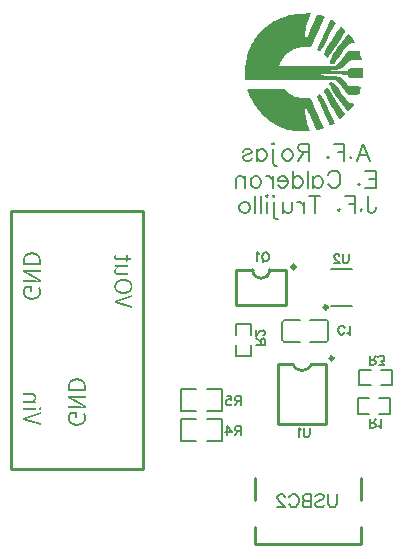
<source format=gbo>
G04 Layer: BottomSilkscreenLayer*
G04 EasyEDA v6.5.34, 2023-09-27 10:23:30*
G04 87bef9fe7c554d65b7a66a9a83d39501,21748b100a60428d983dd69a996fde11,10*
G04 Gerber Generator version 0.2*
G04 Scale: 100 percent, Rotated: No, Reflected: No *
G04 Dimensions in millimeters *
G04 leading zeros omitted , absolute positions ,4 integer and 5 decimal *
%FSLAX45Y45*%
%MOMM*%

%ADD10C,0.2032*%
%ADD11C,0.1524*%
%ADD12C,0.2540*%
%ADD13C,0.3000*%

%LPD*%
G36*
X4655007Y3213557D02*
G01*
X4573473Y3208629D01*
X4552899Y3207156D01*
X4527499Y3204311D01*
X4502099Y3200146D01*
X4477410Y3195116D01*
X4453432Y3188919D01*
X4428744Y3181197D01*
X4409541Y3174238D01*
X4390339Y3166465D01*
X4371644Y3157982D01*
X4349191Y3146450D01*
X4329226Y3134766D01*
X4311446Y3123184D01*
X4293616Y3110382D01*
X4275074Y3095650D01*
X4256582Y3079343D01*
X4232757Y3055366D01*
X4213301Y3032810D01*
X4200296Y3015894D01*
X4187901Y2998266D01*
X4176268Y2979928D01*
X4163872Y2958084D01*
X4153560Y2937662D01*
X4143857Y2915818D01*
X4136237Y2896565D01*
X4128719Y2874467D01*
X4121200Y2848914D01*
X4115054Y2823514D01*
X4110177Y2798165D01*
X4107332Y2780538D01*
X4104640Y2757982D01*
X4102557Y2733344D01*
X4098493Y2652420D01*
X4098493Y2644902D01*
X4875936Y2644851D01*
X4895545Y2618486D01*
X4970576Y2518765D01*
X5051501Y2519222D01*
X5057851Y2521508D01*
X5061915Y2523642D01*
X5066487Y2528976D01*
X5071160Y2539441D01*
X5079187Y2564231D01*
X5081320Y2575102D01*
X5081320Y2581554D01*
X5079492Y2586075D01*
X5074564Y2590495D01*
X5061762Y2593644D01*
X5001412Y2594813D01*
X4992522Y2596337D01*
X4985054Y2598521D01*
X4977231Y2602585D01*
X4967122Y2610866D01*
X4953406Y2625547D01*
X4912004Y2672791D01*
X4845050Y2678125D01*
X4787595Y2683002D01*
X4756708Y2686507D01*
X4739843Y2689910D01*
X4736693Y2691638D01*
X4740808Y2692806D01*
X4757928Y2694228D01*
X4838852Y2695143D01*
X4915712Y2693466D01*
X4943144Y2692095D01*
X4959502Y2689961D01*
X4967935Y2687777D01*
X4973269Y2684678D01*
X4976317Y2680055D01*
X4978603Y2672740D01*
X4982921Y2668066D01*
X4987798Y2665476D01*
X4998262Y2663240D01*
X5020614Y2661818D01*
X5098491Y2661818D01*
X5098491Y2746502D01*
X5000752Y2745841D01*
X4986324Y2743606D01*
X4978908Y2741320D01*
X4975148Y2737459D01*
X4974183Y2730500D01*
X4971643Y2726232D01*
X4966411Y2723235D01*
X4956251Y2720340D01*
X4937658Y2718714D01*
X4883454Y2719527D01*
X4776470Y2724708D01*
X4774692Y2725674D01*
X4880711Y2734462D01*
X4896510Y2737256D01*
X4904028Y2739491D01*
X4913833Y2744114D01*
X4923231Y2750362D01*
X4936286Y2762351D01*
X4969865Y2795828D01*
X4981549Y2804922D01*
X4991150Y2809798D01*
X5002123Y2812643D01*
X5021326Y2814015D01*
X5055158Y2814015D01*
X5080863Y2816148D01*
X5090261Y2818434D01*
X5090261Y2820060D01*
X5086096Y2837637D01*
X5077307Y2867914D01*
X5071364Y2889758D01*
X4970576Y2889351D01*
X4923332Y2826562D01*
X4874209Y2763266D01*
X4389272Y2763266D01*
X4409998Y2805836D01*
X4416958Y2818587D01*
X4425188Y2831998D01*
X4432757Y2842564D01*
X4443984Y2856636D01*
X4462322Y2874975D01*
X4474667Y2884728D01*
X4489754Y2894939D01*
X4508957Y2904794D01*
X4524806Y2911144D01*
X4541367Y2916224D01*
X4561078Y2920390D01*
X4577588Y2922473D01*
X4599482Y2923946D01*
X4657344Y2923946D01*
X4719675Y3051098D01*
X4757064Y3130753D01*
X4773168Y3166668D01*
X4776978Y3176524D01*
X4775047Y3180029D01*
X4762754Y3186684D01*
X4743551Y3193084D01*
X4713071Y3200146D01*
X4712309Y3200146D01*
X4709769Y3194151D01*
X4676495Y3121558D01*
X4660036Y3084220D01*
X4640935Y3039160D01*
X4632096Y3015894D01*
X4627676Y3006801D01*
X4622139Y3000857D01*
X4618177Y2999841D01*
X4615992Y3001213D01*
X4613656Y3006039D01*
X4612030Y3016605D01*
X4612792Y3044799D01*
X4615637Y3067304D01*
X4618431Y3084220D01*
X4621936Y3101848D01*
X4626660Y3122269D01*
X4634331Y3147466D01*
X4640783Y3163874D01*
X4660900Y3212642D01*
X4660900Y3213557D01*
G37*
G36*
X4830927Y3162096D02*
G01*
X4740757Y2976422D01*
X4726127Y2943301D01*
X4719218Y2925876D01*
X4715713Y2914497D01*
X4715002Y2903829D01*
X4716830Y2900324D01*
X4728565Y2892145D01*
X4734204Y2891332D01*
X4740452Y2895092D01*
X4747361Y2903626D01*
X4753914Y2913735D01*
X4767021Y2936290D01*
X4775962Y2952496D01*
X4831892Y3057448D01*
X4869484Y3129330D01*
X4869738Y3130245D01*
X4837125Y3157067D01*
X4831435Y3162096D01*
G37*
G36*
X4913426Y3100781D02*
G01*
X4911293Y3099968D01*
X4901844Y3087776D01*
X4889093Y3069437D01*
X4863439Y3029966D01*
X4836718Y2986989D01*
X4813655Y2948940D01*
X4790795Y2910179D01*
X4775200Y2882036D01*
X4768596Y2867914D01*
X4768596Y2864256D01*
X4774184Y2855214D01*
X4791557Y2837586D01*
X4800295Y2831642D01*
X4804054Y2831642D01*
X4815636Y2847492D01*
X4839919Y2883712D01*
X4880152Y2946146D01*
X4911039Y2995472D01*
X4932273Y3029966D01*
X4947412Y3056077D01*
X4950155Y3061716D01*
X4948275Y3068218D01*
X4940401Y3079496D01*
X4932578Y3088233D01*
X4923942Y3095345D01*
X4918608Y3098850D01*
G37*
G36*
X4982413Y3033928D02*
G01*
X4978095Y3032963D01*
X4975301Y3031896D01*
X4964125Y3023209D01*
X4947716Y3004616D01*
X4933442Y2986278D01*
X4919014Y2966567D01*
X4899863Y2939084D01*
X4873752Y2900324D01*
X4849063Y2862275D01*
X4834636Y2838348D01*
X4826355Y2822803D01*
X4820818Y2810154D01*
X4817668Y2800959D01*
X4817618Y2788767D01*
X4820513Y2784754D01*
X4825796Y2781655D01*
X4835296Y2780030D01*
X4843119Y2780639D01*
X4851095Y2784754D01*
X4861509Y2794000D01*
X4874361Y2808732D01*
X4890414Y2829864D01*
X4903520Y2848203D01*
X4919014Y2870758D01*
X4950663Y2915107D01*
X4967020Y2936290D01*
X4979466Y2948838D01*
X4987594Y2954274D01*
X4996637Y2957118D01*
X5019954Y2958439D01*
X5030165Y2960573D01*
X5032705Y2963164D01*
X5027726Y2972917D01*
X5012131Y2997047D01*
X4997907Y3016605D01*
X4987391Y3029458D01*
G37*
G36*
X4827219Y2629408D02*
G01*
X4821936Y2627884D01*
X4815992Y2622245D01*
X4813147Y2616301D01*
X4813198Y2612847D01*
X4817821Y2601874D01*
X4827066Y2584653D01*
X4841544Y2560015D01*
X4866843Y2519172D01*
X4894326Y2477566D01*
X4921046Y2438806D01*
X4944364Y2407107D01*
X4952542Y2397252D01*
X4961534Y2387600D01*
X4966106Y2384044D01*
X4971186Y2385009D01*
X4977688Y2388412D01*
X4991811Y2399284D01*
X5006949Y2414828D01*
X5017312Y2428240D01*
X5022443Y2436825D01*
X5024374Y2443530D01*
X5023053Y2446121D01*
X5015128Y2449118D01*
X4991150Y2451811D01*
X4979670Y2457602D01*
X4966309Y2471216D01*
X4958740Y2481072D01*
X4918252Y2539034D01*
X4886350Y2583942D01*
X4874310Y2599436D01*
X4856683Y2617114D01*
X4846828Y2623820D01*
X4836820Y2628595D01*
X4833416Y2629204D01*
G37*
G36*
X4795672Y2580081D02*
G01*
X4790186Y2577439D01*
X4779822Y2568295D01*
X4772710Y2559151D01*
X4768596Y2550160D01*
X4768596Y2546146D01*
X4783429Y2516327D01*
X4805781Y2476144D01*
X4833162Y2428443D01*
X4856175Y2389479D01*
X4874006Y2359914D01*
X4889449Y2335225D01*
X4896713Y2324658D01*
X4901793Y2319274D01*
X4905146Y2317953D01*
X4909667Y2317953D01*
X4917846Y2322169D01*
X4930800Y2333345D01*
X4951679Y2354986D01*
X4906213Y2421178D01*
X4875987Y2466289D01*
X4811420Y2566263D01*
X4805324Y2574086D01*
X4801412Y2578100D01*
X4797044Y2580030D01*
G37*
G36*
X4306671Y2567838D02*
G01*
X4169460Y2567533D01*
X4134510Y2566009D01*
X4118051Y2564485D01*
X4117086Y2563520D01*
X4123486Y2548026D01*
X4144213Y2505049D01*
X4157675Y2478989D01*
X4168648Y2459228D01*
X4180941Y2439517D01*
X4192727Y2422601D01*
X4205782Y2405684D01*
X4217314Y2391613D01*
X4238244Y2368245D01*
X4270298Y2336444D01*
X4284726Y2323236D01*
X4303217Y2307640D01*
X4322419Y2292858D01*
X4341571Y2279700D01*
X4360824Y2267762D01*
X4384141Y2255316D01*
X4399940Y2248052D01*
X4421886Y2239264D01*
X4443120Y2232101D01*
X4464405Y2226462D01*
X4489094Y2221484D01*
X4511040Y2217978D01*
X4532985Y2215794D01*
X4552188Y2214270D01*
X4653229Y2213559D01*
X4634077Y2259838D01*
X4626711Y2282393D01*
X4622596Y2300020D01*
X4618482Y2320442D01*
X4614976Y2343708D01*
X4612640Y2364130D01*
X4612538Y2399334D01*
X4615281Y2406954D01*
X4617669Y2408478D01*
X4621022Y2404973D01*
X4630064Y2390190D01*
X4649673Y2350008D01*
X4674870Y2291537D01*
X4695596Y2249271D01*
X4706366Y2230932D01*
X4712360Y2222957D01*
X4714951Y2222093D01*
X4724349Y2223617D01*
X4737354Y2227021D01*
X4751070Y2231136D01*
X4773472Y2239619D01*
X4774184Y2240330D01*
X4689195Y2419756D01*
X4674768Y2451506D01*
X4665522Y2472639D01*
X4661052Y2485288D01*
X4657750Y2487828D01*
X4650282Y2489911D01*
X4635195Y2492044D01*
X4587189Y2493365D01*
X4566310Y2495550D01*
X4550257Y2498394D01*
X4539030Y2501087D01*
X4525822Y2505456D01*
X4512411Y2511145D01*
X4499152Y2518156D01*
X4480864Y2530602D01*
X4434230Y2567381D01*
G37*
G36*
X4734610Y2525115D02*
G01*
X4729835Y2524455D01*
X4719828Y2519172D01*
X4715662Y2515006D01*
X4713630Y2510993D01*
X4713630Y2501544D01*
X4716373Y2490724D01*
X4722114Y2475433D01*
X4733747Y2448661D01*
X4779416Y2353564D01*
X4803648Y2300782D01*
X4812436Y2279954D01*
X4815890Y2272944D01*
X4820361Y2267712D01*
X4825847Y2265172D01*
X4832705Y2265121D01*
X4840173Y2267204D01*
X4855108Y2274570D01*
X4859629Y2279751D01*
X4860594Y2284120D01*
X4858969Y2292248D01*
X4855057Y2302408D01*
X4841087Y2331008D01*
X4767376Y2472639D01*
X4752797Y2502662D01*
X4744212Y2516835D01*
X4738827Y2523185D01*
G37*
G36*
X2222500Y-4064D02*
G01*
X2222500Y-20828D01*
X2290064Y-20828D01*
X2297480Y-21132D01*
X2303830Y-22047D01*
X2309063Y-23622D01*
X2313279Y-25908D01*
X2316530Y-28905D01*
X2318766Y-32613D01*
X2320086Y-37134D01*
X2320544Y-42418D01*
X2320239Y-46634D01*
X2319426Y-50647D01*
X2318004Y-54508D01*
X2316022Y-58216D01*
X2313533Y-61925D01*
X2310485Y-65684D01*
X2306878Y-69596D01*
X2302764Y-73660D01*
X2222500Y-73660D01*
X2222500Y-90170D01*
X2332228Y-90170D01*
X2332228Y-76708D01*
X2316226Y-75184D01*
X2316226Y-74676D01*
X2320036Y-70612D01*
X2323541Y-66497D01*
X2326741Y-62230D01*
X2329535Y-57759D01*
X2331821Y-53086D01*
X2333548Y-48209D01*
X2334666Y-43027D01*
X2335022Y-37592D01*
X2334717Y-32105D01*
X2333802Y-27178D01*
X2332278Y-22707D01*
X2330145Y-18745D01*
X2327452Y-15240D01*
X2324150Y-12242D01*
X2320239Y-9753D01*
X2315768Y-7670D01*
X2310688Y-6096D01*
X2305050Y-4978D01*
X2298852Y-4267D01*
X2292096Y-4064D01*
G37*
G36*
X2367280Y-125222D02*
G01*
X2362504Y-126085D01*
X2358898Y-128473D01*
X2356612Y-132080D01*
X2355850Y-136652D01*
X2356612Y-141325D01*
X2358898Y-144932D01*
X2362504Y-147269D01*
X2367280Y-148082D01*
X2371902Y-147269D01*
X2375458Y-144932D01*
X2377694Y-141325D01*
X2378456Y-136652D01*
X2377694Y-132080D01*
X2375458Y-128473D01*
X2371902Y-126085D01*
G37*
G36*
X2222500Y-128524D02*
G01*
X2222500Y-144780D01*
X2332228Y-144780D01*
X2332228Y-128524D01*
G37*
G36*
X2371344Y-164338D02*
G01*
X2222500Y-211836D01*
X2222500Y-231140D01*
X2371344Y-278892D01*
X2371344Y-261366D01*
X2282647Y-234391D01*
X2258618Y-227431D01*
X2240026Y-221742D01*
X2240026Y-220979D01*
X2289048Y-205994D01*
X2371344Y-181356D01*
G37*
G36*
X2998724Y1168400D02*
G01*
X2995930Y1158595D01*
X2995015Y1153617D01*
X2994660Y1148842D01*
X2995320Y1140968D01*
X2997200Y1134465D01*
X3000298Y1129233D01*
X3004413Y1125169D01*
X3009595Y1122172D01*
X3015640Y1120140D01*
X3022549Y1118971D01*
X3030220Y1118616D01*
X3093212Y1118616D01*
X3093212Y1101852D01*
X3105912Y1101852D01*
X3106928Y1119124D01*
X3137916Y1121156D01*
X3137916Y1135126D01*
X3106928Y1135126D01*
X3106928Y1165352D01*
X3093212Y1165352D01*
X3093212Y1135126D01*
X3029712Y1135126D01*
X3020669Y1135989D01*
X3013862Y1138783D01*
X3009595Y1144117D01*
X3008122Y1152398D01*
X3008376Y1155598D01*
X3009087Y1158951D01*
X3010052Y1162202D01*
X3011170Y1165098D01*
G37*
G36*
X2997200Y1077214D02*
G01*
X2997200Y1063498D01*
X3014726Y1062228D01*
X3014726Y1061466D01*
X3010458Y1057554D01*
X3006547Y1053490D01*
X3003143Y1049324D01*
X3000197Y1045006D01*
X2997860Y1040434D01*
X2996133Y1035558D01*
X2995015Y1030427D01*
X2994660Y1024890D01*
X2994964Y1019454D01*
X2995879Y1014476D01*
X2997352Y1010056D01*
X2999435Y1006094D01*
X3002127Y1002639D01*
X3005429Y999693D01*
X3009290Y997203D01*
X3013760Y995171D01*
X3018790Y993597D01*
X3024378Y992479D01*
X3030575Y991819D01*
X3037332Y991616D01*
X3106928Y991616D01*
X3106928Y1008126D01*
X3039364Y1008126D01*
X3031998Y1008430D01*
X3025698Y1009345D01*
X3020466Y1010919D01*
X3016199Y1013206D01*
X3012948Y1016203D01*
X3010662Y1019911D01*
X3009341Y1024432D01*
X3008884Y1029716D01*
X3009188Y1033932D01*
X3010052Y1037945D01*
X3011525Y1041755D01*
X3013608Y1045514D01*
X3016300Y1049172D01*
X3019602Y1052880D01*
X3023565Y1056690D01*
X3028188Y1060704D01*
X3106928Y1060704D01*
X3106928Y1077214D01*
G37*
G36*
X3072130Y961898D02*
G01*
X3065119Y961694D01*
X3058414Y961136D01*
X3051962Y960221D01*
X3045815Y958900D01*
X3039973Y957275D01*
X3034436Y955294D01*
X3029254Y953008D01*
X3024327Y950417D01*
X3019806Y947521D01*
X3015589Y944321D01*
X3011728Y940816D01*
X3008274Y937107D01*
X3005124Y933094D01*
X3002432Y928878D01*
X3000095Y924407D01*
X2998165Y919683D01*
X2996641Y914806D01*
X2995523Y909675D01*
X2994863Y904392D01*
X2994660Y898906D01*
X3009392Y898906D01*
X3009696Y903986D01*
X3010509Y908812D01*
X3011932Y913384D01*
X3013811Y917752D01*
X3016250Y921766D01*
X3019196Y925525D01*
X3022600Y928979D01*
X3026460Y932129D01*
X3030778Y934974D01*
X3035554Y937463D01*
X3040684Y939596D01*
X3046272Y941374D01*
X3052216Y942797D01*
X3058515Y943813D01*
X3065170Y944422D01*
X3072130Y944626D01*
X3079089Y944422D01*
X3085744Y943813D01*
X3091992Y942797D01*
X3097834Y941374D01*
X3103321Y939596D01*
X3108401Y937463D01*
X3113074Y934974D01*
X3117291Y932129D01*
X3121050Y928979D01*
X3124352Y925525D01*
X3127197Y921766D01*
X3129584Y917752D01*
X3131413Y913384D01*
X3132785Y908812D01*
X3133598Y903986D01*
X3133852Y898906D01*
X3133598Y893876D01*
X3132785Y889101D01*
X3131413Y884529D01*
X3129584Y880211D01*
X3127197Y876198D01*
X3124352Y872490D01*
X3121050Y869035D01*
X3117291Y865886D01*
X3113074Y863092D01*
X3108401Y860602D01*
X3103321Y858469D01*
X3097834Y856691D01*
X3091992Y855268D01*
X3085744Y854252D01*
X3079089Y853643D01*
X3072130Y853440D01*
X3065170Y853643D01*
X3058515Y854252D01*
X3052216Y855268D01*
X3046272Y856691D01*
X3040684Y858469D01*
X3035554Y860602D01*
X3030778Y863092D01*
X3026460Y865886D01*
X3022600Y869035D01*
X3019196Y872490D01*
X3016250Y876198D01*
X3013811Y880211D01*
X3011932Y884529D01*
X3010509Y889101D01*
X3009696Y893876D01*
X3009392Y898906D01*
X2994660Y898906D01*
X2994863Y893470D01*
X2995523Y888187D01*
X2996641Y883107D01*
X2998165Y878230D01*
X3000095Y873556D01*
X3002432Y869137D01*
X3005124Y864869D01*
X3008274Y860907D01*
X3011728Y857199D01*
X3015589Y853744D01*
X3019806Y850544D01*
X3024327Y847648D01*
X3029254Y845058D01*
X3034436Y842771D01*
X3039973Y840790D01*
X3045815Y839165D01*
X3051962Y837844D01*
X3058414Y836930D01*
X3065119Y836371D01*
X3072130Y836168D01*
X3079089Y836371D01*
X3085795Y836930D01*
X3092196Y837844D01*
X3098342Y839165D01*
X3104134Y840790D01*
X3109569Y842771D01*
X3114751Y845058D01*
X3119577Y847648D01*
X3124047Y850544D01*
X3128162Y853744D01*
X3131921Y857199D01*
X3135376Y860907D01*
X3138373Y864869D01*
X3141065Y869137D01*
X3143300Y873556D01*
X3145180Y878230D01*
X3146653Y883107D01*
X3147720Y888187D01*
X3148380Y893470D01*
X3148584Y898906D01*
X3148380Y904392D01*
X3147720Y909675D01*
X3146653Y914806D01*
X3145180Y919683D01*
X3143300Y924407D01*
X3141065Y928878D01*
X3138373Y933094D01*
X3135376Y937107D01*
X3131921Y940816D01*
X3128162Y944321D01*
X3124047Y947521D01*
X3119577Y950417D01*
X3114751Y953008D01*
X3109569Y955294D01*
X3104134Y957275D01*
X3098342Y958900D01*
X3092196Y960221D01*
X3085795Y961136D01*
X3079089Y961694D01*
G37*
G36*
X3146044Y826262D02*
G01*
X2997200Y778764D01*
X2997200Y759460D01*
X3146044Y711708D01*
X3146044Y729234D01*
X3057347Y756208D01*
X3033318Y763168D01*
X3014726Y768858D01*
X3014726Y769620D01*
X3063748Y784606D01*
X3146044Y809244D01*
G37*
G36*
X2297430Y1186434D02*
G01*
X2290572Y1186230D01*
X2283968Y1185722D01*
X2277668Y1184808D01*
X2271674Y1183589D01*
X2265984Y1182014D01*
X2260650Y1180084D01*
X2255570Y1177798D01*
X2250846Y1175156D01*
X2246477Y1172159D01*
X2242413Y1168857D01*
X2238756Y1165250D01*
X2235403Y1161237D01*
X2232456Y1156919D01*
X2229866Y1152296D01*
X2227630Y1147318D01*
X2225802Y1142034D01*
X2224379Y1136396D01*
X2223312Y1130452D01*
X2222703Y1124204D01*
X2222500Y1117600D01*
X2222500Y1097280D01*
X2236216Y1097280D01*
X2236216Y1115568D01*
X2236470Y1122121D01*
X2237282Y1128217D01*
X2238603Y1133906D01*
X2240483Y1139139D01*
X2242769Y1143965D01*
X2245614Y1148384D01*
X2248865Y1152347D01*
X2252624Y1155903D01*
X2256790Y1159002D01*
X2261412Y1161694D01*
X2266442Y1163980D01*
X2271877Y1165860D01*
X2277719Y1167282D01*
X2283917Y1168349D01*
X2290521Y1168958D01*
X2297430Y1169162D01*
X2304389Y1168958D01*
X2310942Y1168349D01*
X2317089Y1167282D01*
X2322880Y1165860D01*
X2328214Y1163980D01*
X2333142Y1161694D01*
X2337612Y1159002D01*
X2341676Y1155903D01*
X2345283Y1152347D01*
X2348433Y1148384D01*
X2351125Y1143965D01*
X2353360Y1139139D01*
X2355088Y1133906D01*
X2356358Y1128217D01*
X2357120Y1122121D01*
X2357374Y1115568D01*
X2357374Y1097280D01*
X2222500Y1097280D01*
X2222500Y1080262D01*
X2371344Y1080262D01*
X2371344Y1116838D01*
X2371140Y1123543D01*
X2370531Y1129893D01*
X2369515Y1135938D01*
X2368143Y1141628D01*
X2366365Y1147013D01*
X2364232Y1152042D01*
X2361692Y1156716D01*
X2358796Y1161084D01*
X2355545Y1165098D01*
X2351887Y1168806D01*
X2347925Y1172108D01*
X2343658Y1175105D01*
X2338984Y1177747D01*
X2334006Y1180033D01*
X2328672Y1181963D01*
X2323084Y1183589D01*
X2317140Y1184808D01*
X2310841Y1185722D01*
X2304288Y1186230D01*
G37*
G36*
X2222500Y1038860D02*
G01*
X2222500Y1021334D01*
X2318766Y965453D01*
X2349246Y949198D01*
X2349246Y948182D01*
X2326944Y949502D01*
X2309825Y950163D01*
X2222500Y950214D01*
X2222500Y934466D01*
X2371344Y934466D01*
X2371344Y951737D01*
X2274824Y1007871D01*
X2244344Y1024128D01*
X2244344Y1025144D01*
X2267508Y1023619D01*
X2279243Y1023061D01*
X2290826Y1022858D01*
X2371344Y1022858D01*
X2371344Y1038860D01*
G37*
G36*
X2236978Y898398D02*
G01*
X2233422Y894537D01*
X2230120Y890117D01*
X2227224Y885088D01*
X2224735Y879551D01*
X2222754Y873556D01*
X2221230Y867054D01*
X2220264Y860196D01*
X2219960Y852932D01*
X2220163Y847191D01*
X2220823Y841654D01*
X2221890Y836269D01*
X2223312Y831138D01*
X2225192Y826160D01*
X2227478Y821486D01*
X2230120Y817016D01*
X2233168Y812800D01*
X2236571Y808888D01*
X2240330Y805230D01*
X2244496Y801827D01*
X2248966Y798779D01*
X2253843Y796036D01*
X2259025Y793597D01*
X2264562Y791514D01*
X2270404Y789787D01*
X2276551Y788416D01*
X2283053Y787450D01*
X2289810Y786841D01*
X2296922Y786638D01*
X2303932Y786841D01*
X2310688Y787450D01*
X2317140Y788466D01*
X2323287Y789889D01*
X2329078Y791667D01*
X2334615Y793800D01*
X2339797Y796290D01*
X2344623Y799084D01*
X2349144Y802233D01*
X2353310Y805637D01*
X2357120Y809396D01*
X2360523Y813409D01*
X2363622Y817676D01*
X2366264Y822248D01*
X2368550Y827024D01*
X2370480Y832053D01*
X2371953Y837285D01*
X2373020Y842721D01*
X2373680Y848360D01*
X2373884Y854202D01*
X2373477Y861568D01*
X2372258Y868273D01*
X2370429Y874369D01*
X2368092Y879906D01*
X2365349Y884834D01*
X2362301Y889253D01*
X2359101Y893165D01*
X2355850Y896619D01*
X2344928Y887221D01*
X2350465Y881176D01*
X2354986Y873861D01*
X2358034Y865073D01*
X2359152Y854456D01*
X2358898Y848817D01*
X2358085Y843483D01*
X2356713Y838403D01*
X2354884Y833577D01*
X2352497Y829106D01*
X2349652Y824941D01*
X2346350Y821131D01*
X2342540Y817676D01*
X2338324Y814527D01*
X2333650Y811784D01*
X2328570Y809447D01*
X2323033Y807466D01*
X2317140Y805942D01*
X2310841Y804824D01*
X2304186Y804164D01*
X2297176Y803910D01*
X2290165Y804113D01*
X2283460Y804773D01*
X2277160Y805789D01*
X2271217Y807262D01*
X2265680Y809142D01*
X2260549Y811377D01*
X2255824Y814069D01*
X2251557Y817067D01*
X2247696Y820521D01*
X2244344Y824280D01*
X2241448Y828446D01*
X2239060Y832967D01*
X2237181Y837793D01*
X2235809Y843026D01*
X2234996Y848563D01*
X2234692Y854456D01*
X2235352Y862736D01*
X2237181Y870559D01*
X2240178Y877468D01*
X2244090Y882903D01*
X2284730Y882903D01*
X2284730Y850392D01*
X2298700Y850392D01*
X2298700Y898398D01*
G37*
G36*
X2678430Y119633D02*
G01*
X2671572Y119430D01*
X2664968Y118922D01*
X2658668Y118008D01*
X2652674Y116789D01*
X2646984Y115214D01*
X2641650Y113283D01*
X2636570Y110998D01*
X2631846Y108356D01*
X2627477Y105359D01*
X2623413Y102057D01*
X2619756Y98450D01*
X2616403Y94437D01*
X2613456Y90119D01*
X2610866Y85496D01*
X2608630Y80518D01*
X2606802Y75234D01*
X2605379Y69596D01*
X2604312Y63652D01*
X2603703Y57404D01*
X2603500Y50800D01*
X2603500Y30480D01*
X2617216Y30480D01*
X2617216Y48768D01*
X2617470Y55321D01*
X2618282Y61417D01*
X2619603Y67106D01*
X2621483Y72339D01*
X2623769Y77165D01*
X2626614Y81584D01*
X2629865Y85547D01*
X2633624Y89103D01*
X2637790Y92202D01*
X2642412Y94894D01*
X2647442Y97180D01*
X2652877Y99060D01*
X2658719Y100482D01*
X2664917Y101549D01*
X2671521Y102158D01*
X2678430Y102362D01*
X2685389Y102158D01*
X2691942Y101549D01*
X2698089Y100482D01*
X2703880Y99060D01*
X2709214Y97180D01*
X2714142Y94894D01*
X2718612Y92202D01*
X2722676Y89103D01*
X2726283Y85547D01*
X2729433Y81584D01*
X2732125Y77165D01*
X2734360Y72339D01*
X2736088Y67106D01*
X2737358Y61417D01*
X2738120Y55321D01*
X2738374Y48768D01*
X2738374Y30480D01*
X2603500Y30480D01*
X2603500Y13462D01*
X2752344Y13462D01*
X2752344Y50038D01*
X2752140Y56743D01*
X2751531Y63093D01*
X2750515Y69138D01*
X2749143Y74828D01*
X2747365Y80213D01*
X2745232Y85242D01*
X2742692Y89916D01*
X2739796Y94284D01*
X2736545Y98298D01*
X2732887Y102006D01*
X2728925Y105308D01*
X2724658Y108305D01*
X2719984Y110947D01*
X2715006Y113233D01*
X2709672Y115163D01*
X2704084Y116789D01*
X2698140Y118008D01*
X2691841Y118922D01*
X2685288Y119430D01*
G37*
G36*
X2603500Y-27940D02*
G01*
X2603500Y-45466D01*
X2699766Y-101346D01*
X2730246Y-117602D01*
X2730246Y-118618D01*
X2707944Y-117297D01*
X2690825Y-116636D01*
X2603500Y-116585D01*
X2603500Y-132334D01*
X2752344Y-132334D01*
X2752344Y-115062D01*
X2655824Y-58928D01*
X2625344Y-42672D01*
X2625344Y-41656D01*
X2648508Y-43180D01*
X2660243Y-43738D01*
X2671826Y-43942D01*
X2752344Y-43942D01*
X2752344Y-27940D01*
G37*
G36*
X2617978Y-168402D02*
G01*
X2614422Y-172262D01*
X2611120Y-176682D01*
X2608224Y-181711D01*
X2605735Y-187248D01*
X2603754Y-193243D01*
X2602230Y-199745D01*
X2601264Y-206603D01*
X2600960Y-213867D01*
X2601163Y-219608D01*
X2601823Y-225145D01*
X2602890Y-230530D01*
X2604312Y-235661D01*
X2606192Y-240639D01*
X2608478Y-245313D01*
X2611120Y-249783D01*
X2614168Y-254000D01*
X2617571Y-257911D01*
X2621330Y-261569D01*
X2625496Y-264972D01*
X2629966Y-268020D01*
X2634843Y-270764D01*
X2640025Y-273202D01*
X2645562Y-275285D01*
X2651404Y-277012D01*
X2657551Y-278384D01*
X2664053Y-279349D01*
X2670810Y-279958D01*
X2677922Y-280162D01*
X2684932Y-279958D01*
X2691688Y-279349D01*
X2698140Y-278333D01*
X2704287Y-276910D01*
X2710078Y-275132D01*
X2715615Y-272999D01*
X2720797Y-270510D01*
X2725623Y-267716D01*
X2730144Y-264566D01*
X2734310Y-261162D01*
X2738120Y-257403D01*
X2741523Y-253390D01*
X2744622Y-249123D01*
X2747264Y-244551D01*
X2749550Y-239775D01*
X2751480Y-234746D01*
X2752953Y-229514D01*
X2754020Y-224078D01*
X2754680Y-218440D01*
X2754884Y-212598D01*
X2754477Y-205232D01*
X2753258Y-198526D01*
X2751429Y-192430D01*
X2749092Y-186893D01*
X2746349Y-181965D01*
X2743301Y-177546D01*
X2740101Y-173634D01*
X2736850Y-170180D01*
X2725928Y-179578D01*
X2731465Y-185623D01*
X2735986Y-192938D01*
X2739034Y-201726D01*
X2740152Y-212344D01*
X2739898Y-217982D01*
X2739085Y-223316D01*
X2737713Y-228396D01*
X2735884Y-233222D01*
X2733497Y-237693D01*
X2730652Y-241858D01*
X2727350Y-245668D01*
X2723540Y-249123D01*
X2719324Y-252272D01*
X2714650Y-255016D01*
X2709570Y-257352D01*
X2704033Y-259334D01*
X2698140Y-260858D01*
X2691841Y-261975D01*
X2685186Y-262636D01*
X2678176Y-262890D01*
X2671165Y-262686D01*
X2664460Y-262026D01*
X2658160Y-261010D01*
X2652217Y-259537D01*
X2646680Y-257657D01*
X2641549Y-255422D01*
X2636824Y-252729D01*
X2632557Y-249732D01*
X2628696Y-246278D01*
X2625344Y-242519D01*
X2622448Y-238353D01*
X2620060Y-233832D01*
X2618181Y-229006D01*
X2616809Y-223774D01*
X2615996Y-218236D01*
X2615692Y-212344D01*
X2616352Y-204063D01*
X2618181Y-196240D01*
X2621178Y-189331D01*
X2625090Y-183896D01*
X2665730Y-183896D01*
X2665730Y-216408D01*
X2679700Y-216408D01*
X2679700Y-168402D01*
G37*
D10*
X5101653Y2107163D02*
G01*
X5156200Y1963981D01*
X5101653Y2107163D02*
G01*
X5047109Y1963981D01*
X5135745Y2011707D02*
G01*
X5067564Y2011707D01*
X4995290Y1998073D02*
G01*
X5002108Y1991253D01*
X4995290Y1984435D01*
X4988473Y1991253D01*
X4995290Y1998073D01*
X4943472Y2107163D02*
G01*
X4943472Y1963981D01*
X4943472Y2107163D02*
G01*
X4854836Y2107163D01*
X4943472Y2038982D02*
G01*
X4888928Y2038982D01*
X4803018Y1998073D02*
G01*
X4809837Y1991253D01*
X4803018Y1984435D01*
X4796200Y1991253D01*
X4803018Y1998073D01*
X4646201Y2107163D02*
G01*
X4646201Y1963981D01*
X4646201Y2107163D02*
G01*
X4584837Y2107163D01*
X4564382Y2100346D01*
X4557565Y2093526D01*
X4550747Y2079891D01*
X4550747Y2066254D01*
X4557565Y2052617D01*
X4564382Y2045799D01*
X4584837Y2038982D01*
X4646201Y2038982D01*
X4598474Y2038982D02*
G01*
X4550747Y1963981D01*
X4471654Y2059437D02*
G01*
X4485292Y2052617D01*
X4498929Y2038982D01*
X4505746Y2018527D01*
X4505746Y2004890D01*
X4498929Y1984435D01*
X4485292Y1970798D01*
X4471654Y1963981D01*
X4451200Y1963981D01*
X4437565Y1970798D01*
X4423928Y1984435D01*
X4417110Y2004890D01*
X4417110Y2018527D01*
X4423928Y2038982D01*
X4437565Y2052617D01*
X4451200Y2059437D01*
X4471654Y2059437D01*
X4344837Y2107163D02*
G01*
X4338020Y2100346D01*
X4331200Y2107163D01*
X4338020Y2113981D01*
X4344837Y2107163D01*
X4338020Y2059437D02*
G01*
X4338020Y1943526D01*
X4344837Y1923072D01*
X4358474Y1916254D01*
X4372109Y1916254D01*
X4204383Y2059437D02*
G01*
X4204383Y1963981D01*
X4204383Y2038982D02*
G01*
X4218020Y2052617D01*
X4231655Y2059437D01*
X4252109Y2059437D01*
X4265747Y2052617D01*
X4279384Y2038982D01*
X4286201Y2018527D01*
X4286201Y2004890D01*
X4279384Y1984435D01*
X4265747Y1970798D01*
X4252109Y1963981D01*
X4231655Y1963981D01*
X4218020Y1970798D01*
X4204383Y1984435D01*
X4084383Y2038982D02*
G01*
X4091200Y2052617D01*
X4111655Y2059437D01*
X4132110Y2059437D01*
X4152564Y2052617D01*
X4159384Y2038982D01*
X4152564Y2025345D01*
X4138929Y2018527D01*
X4104838Y2011707D01*
X4091200Y2004890D01*
X4084383Y1991253D01*
X4084383Y1984435D01*
X4091200Y1970798D01*
X4111655Y1963981D01*
X4132110Y1963981D01*
X4152564Y1970798D01*
X4159384Y1984435D01*
X5207000Y1878563D02*
G01*
X5207000Y1735381D01*
X5207000Y1878563D02*
G01*
X5118364Y1878563D01*
X5207000Y1810382D02*
G01*
X5152453Y1810382D01*
X5207000Y1735381D02*
G01*
X5118364Y1735381D01*
X5066545Y1769473D02*
G01*
X5073362Y1762653D01*
X5066545Y1755835D01*
X5059728Y1762653D01*
X5066545Y1769473D01*
X4807455Y1844471D02*
G01*
X4814272Y1858109D01*
X4827910Y1871746D01*
X4841547Y1878563D01*
X4868819Y1878563D01*
X4882454Y1871746D01*
X4896091Y1858109D01*
X4902908Y1844471D01*
X4909728Y1824017D01*
X4909728Y1789927D01*
X4902908Y1769473D01*
X4896091Y1755835D01*
X4882454Y1742198D01*
X4868819Y1735381D01*
X4841547Y1735381D01*
X4827910Y1742198D01*
X4814272Y1755835D01*
X4807455Y1769473D01*
X4680638Y1830837D02*
G01*
X4680638Y1735381D01*
X4680638Y1810382D02*
G01*
X4694273Y1824017D01*
X4707910Y1830837D01*
X4728364Y1830837D01*
X4742002Y1824017D01*
X4755636Y1810382D01*
X4762454Y1789927D01*
X4762454Y1776290D01*
X4755636Y1755835D01*
X4742002Y1742198D01*
X4728364Y1735381D01*
X4707910Y1735381D01*
X4694273Y1742198D01*
X4680638Y1755835D01*
X4635637Y1878563D02*
G01*
X4635637Y1735381D01*
X4508820Y1878563D02*
G01*
X4508820Y1735381D01*
X4508820Y1810382D02*
G01*
X4522454Y1824017D01*
X4536092Y1830837D01*
X4556546Y1830837D01*
X4570183Y1824017D01*
X4583818Y1810382D01*
X4590638Y1789927D01*
X4590638Y1776290D01*
X4583818Y1755835D01*
X4570183Y1742198D01*
X4556546Y1735381D01*
X4536092Y1735381D01*
X4522454Y1742198D01*
X4508820Y1755835D01*
X4463818Y1789927D02*
G01*
X4382000Y1789927D01*
X4382000Y1803562D01*
X4388820Y1817199D01*
X4395637Y1824017D01*
X4409274Y1830837D01*
X4429729Y1830837D01*
X4443364Y1824017D01*
X4457001Y1810382D01*
X4463818Y1789927D01*
X4463818Y1776290D01*
X4457001Y1755835D01*
X4443364Y1742198D01*
X4429729Y1735381D01*
X4409274Y1735381D01*
X4395637Y1742198D01*
X4382000Y1755835D01*
X4337001Y1830837D02*
G01*
X4337001Y1735381D01*
X4337001Y1789927D02*
G01*
X4330184Y1810382D01*
X4316547Y1824017D01*
X4302909Y1830837D01*
X4282455Y1830837D01*
X4203364Y1830837D02*
G01*
X4217001Y1824017D01*
X4230639Y1810382D01*
X4237456Y1789927D01*
X4237456Y1776290D01*
X4230639Y1755835D01*
X4217001Y1742198D01*
X4203364Y1735381D01*
X4182910Y1735381D01*
X4169275Y1742198D01*
X4155638Y1755835D01*
X4148820Y1776290D01*
X4148820Y1789927D01*
X4155638Y1810382D01*
X4169275Y1824017D01*
X4182910Y1830837D01*
X4203364Y1830837D01*
X4103819Y1830837D02*
G01*
X4103819Y1735381D01*
X4103819Y1803562D02*
G01*
X4083364Y1824017D01*
X4069730Y1830837D01*
X4049275Y1830837D01*
X4035638Y1824017D01*
X4028820Y1803562D01*
X4028820Y1735381D01*
X5138818Y1662663D02*
G01*
X5138818Y1553573D01*
X5145636Y1533118D01*
X5152453Y1526299D01*
X5166090Y1519481D01*
X5179728Y1519481D01*
X5193362Y1526299D01*
X5200182Y1533118D01*
X5207000Y1553573D01*
X5207000Y1567207D01*
X5087000Y1553573D02*
G01*
X5093817Y1546753D01*
X5087000Y1539935D01*
X5080182Y1546753D01*
X5087000Y1553573D01*
X5035181Y1662663D02*
G01*
X5035181Y1519481D01*
X5035181Y1662663D02*
G01*
X4946545Y1662663D01*
X5035181Y1594482D02*
G01*
X4980637Y1594482D01*
X4894727Y1553573D02*
G01*
X4901547Y1546753D01*
X4894727Y1539935D01*
X4887909Y1546753D01*
X4894727Y1553573D01*
X4690183Y1662663D02*
G01*
X4690183Y1519481D01*
X4737910Y1662663D02*
G01*
X4642454Y1662663D01*
X4597455Y1614937D02*
G01*
X4597455Y1519481D01*
X4597455Y1574027D02*
G01*
X4590638Y1594482D01*
X4577001Y1608117D01*
X4563363Y1614937D01*
X4542909Y1614937D01*
X4497910Y1614937D02*
G01*
X4497910Y1546753D01*
X4491093Y1526299D01*
X4477456Y1519481D01*
X4457001Y1519481D01*
X4443364Y1526299D01*
X4422909Y1546753D01*
X4422909Y1614937D02*
G01*
X4422909Y1519481D01*
X4350638Y1662663D02*
G01*
X4343819Y1655846D01*
X4337001Y1662663D01*
X4343819Y1669481D01*
X4350638Y1662663D01*
X4343819Y1614937D02*
G01*
X4343819Y1499026D01*
X4350638Y1478572D01*
X4364273Y1471754D01*
X4377910Y1471754D01*
X4292001Y1662663D02*
G01*
X4285183Y1655846D01*
X4278365Y1662663D01*
X4285183Y1669481D01*
X4292001Y1662663D01*
X4285183Y1614937D02*
G01*
X4285183Y1519481D01*
X4233364Y1662663D02*
G01*
X4233364Y1519481D01*
X4188366Y1662663D02*
G01*
X4188366Y1519481D01*
X4109275Y1614937D02*
G01*
X4122910Y1608117D01*
X4136547Y1594482D01*
X4143364Y1574027D01*
X4143364Y1560390D01*
X4136547Y1539935D01*
X4122910Y1526299D01*
X4109275Y1519481D01*
X4088820Y1519481D01*
X4075183Y1526299D01*
X4061548Y1539935D01*
X4054729Y1560390D01*
X4054729Y1574027D01*
X4061548Y1594482D01*
X4075183Y1608117D01*
X4088820Y1614937D01*
X4109275Y1614937D01*
D11*
X4064000Y-287573D02*
G01*
X4064000Y-363936D01*
X4064000Y-287573D02*
G01*
X4031272Y-287573D01*
X4020362Y-291208D01*
X4016728Y-294845D01*
X4013090Y-302117D01*
X4013090Y-309389D01*
X4016728Y-316664D01*
X4020362Y-320299D01*
X4031272Y-323936D01*
X4064000Y-323936D01*
X4038546Y-323936D02*
G01*
X4013090Y-363936D01*
X3952727Y-287573D02*
G01*
X3989090Y-338482D01*
X3934546Y-338482D01*
X3952727Y-287573D02*
G01*
X3952727Y-363936D01*
X4064000Y-33573D02*
G01*
X4064000Y-109936D01*
X4064000Y-33573D02*
G01*
X4031272Y-33573D01*
X4020362Y-37208D01*
X4016728Y-40845D01*
X4013090Y-48117D01*
X4013090Y-55389D01*
X4016728Y-62664D01*
X4020362Y-66299D01*
X4031272Y-69936D01*
X4064000Y-69936D01*
X4038546Y-69936D02*
G01*
X4013090Y-109936D01*
X3945455Y-33573D02*
G01*
X3981818Y-33573D01*
X3985455Y-66299D01*
X3981818Y-62664D01*
X3970909Y-59027D01*
X3959999Y-59027D01*
X3949090Y-62664D01*
X3941818Y-69936D01*
X3938181Y-80845D01*
X3938181Y-88117D01*
X3941818Y-99026D01*
X3949090Y-106298D01*
X3959999Y-109936D01*
X3970909Y-109936D01*
X3981818Y-106298D01*
X3985455Y-102664D01*
X3989090Y-95389D01*
X4944046Y508955D02*
G01*
X4940409Y501683D01*
X4933137Y494408D01*
X4925862Y490773D01*
X4911318Y490773D01*
X4904046Y494408D01*
X4896772Y501683D01*
X4893137Y508955D01*
X4889500Y519864D01*
X4889500Y538045D01*
X4893137Y548954D01*
X4896772Y556226D01*
X4904046Y563498D01*
X4911318Y567136D01*
X4925862Y567136D01*
X4933137Y563498D01*
X4940409Y556226D01*
X4944046Y548954D01*
X4968044Y505317D02*
G01*
X4975318Y501683D01*
X4986228Y490773D01*
X4986228Y567136D01*
X4283481Y1185626D02*
G01*
X4290753Y1181991D01*
X4298027Y1174716D01*
X4301662Y1167444D01*
X4305300Y1156535D01*
X4305300Y1138354D01*
X4301662Y1127445D01*
X4298027Y1120173D01*
X4290753Y1112901D01*
X4283481Y1109263D01*
X4268937Y1109263D01*
X4261662Y1112901D01*
X4254390Y1120173D01*
X4250753Y1127445D01*
X4247118Y1138354D01*
X4247118Y1156535D01*
X4250753Y1167444D01*
X4254390Y1174716D01*
X4261662Y1181991D01*
X4268937Y1185626D01*
X4283481Y1185626D01*
X4272572Y1123810D02*
G01*
X4250753Y1101991D01*
X4223118Y1171082D02*
G01*
X4215846Y1174716D01*
X4204936Y1185626D01*
X4204936Y1109263D01*
X5156200Y-296626D02*
G01*
X5156200Y-220263D01*
X5156200Y-296626D02*
G01*
X5188927Y-296626D01*
X5199837Y-292991D01*
X5203471Y-289354D01*
X5207109Y-282082D01*
X5207109Y-274810D01*
X5203471Y-267535D01*
X5199837Y-263900D01*
X5188927Y-260263D01*
X5156200Y-260263D01*
X5181653Y-260263D02*
G01*
X5207109Y-220263D01*
X5231109Y-282082D02*
G01*
X5238381Y-285716D01*
X5249290Y-296626D01*
X5249290Y-220263D01*
X4271726Y406400D02*
G01*
X4195363Y406400D01*
X4271726Y406400D02*
G01*
X4271726Y439127D01*
X4268091Y450037D01*
X4264454Y453671D01*
X4257182Y457309D01*
X4249910Y457309D01*
X4242635Y453671D01*
X4239000Y450037D01*
X4235363Y439127D01*
X4235363Y406400D01*
X4235363Y431853D02*
G01*
X4195363Y457309D01*
X4253544Y484944D02*
G01*
X4257182Y484944D01*
X4264454Y488581D01*
X4268091Y492218D01*
X4271726Y499490D01*
X4271726Y514035D01*
X4268091Y521309D01*
X4264454Y524944D01*
X4257182Y528581D01*
X4249910Y528581D01*
X4242635Y524944D01*
X4231726Y517672D01*
X4195363Y481309D01*
X4195363Y532218D01*
X5156200Y236773D02*
G01*
X5156200Y313136D01*
X5156200Y236773D02*
G01*
X5188927Y236773D01*
X5199837Y240408D01*
X5203471Y244045D01*
X5207109Y251317D01*
X5207109Y258589D01*
X5203471Y265864D01*
X5199837Y269499D01*
X5188927Y273136D01*
X5156200Y273136D01*
X5181653Y273136D02*
G01*
X5207109Y313136D01*
X5238381Y236773D02*
G01*
X5278381Y236773D01*
X5256563Y265864D01*
X5267472Y265864D01*
X5274744Y269499D01*
X5278381Y273136D01*
X5282018Y284045D01*
X5282018Y291317D01*
X5278381Y302226D01*
X5271109Y309498D01*
X5260200Y313136D01*
X5249290Y313136D01*
X5238381Y309498D01*
X5234744Y305864D01*
X5231109Y298589D01*
X4648200Y-300273D02*
G01*
X4648200Y-354817D01*
X4644562Y-365726D01*
X4637290Y-372998D01*
X4626381Y-376636D01*
X4619109Y-376636D01*
X4608200Y-372998D01*
X4600928Y-365726D01*
X4597290Y-354817D01*
X4597290Y-300273D01*
X4573290Y-314817D02*
G01*
X4566018Y-311183D01*
X4555109Y-300273D01*
X4555109Y-376636D01*
X4978400Y1172926D02*
G01*
X4978400Y1118382D01*
X4974762Y1107473D01*
X4967490Y1100201D01*
X4956581Y1096563D01*
X4949309Y1096563D01*
X4938400Y1100201D01*
X4931128Y1107473D01*
X4927490Y1118382D01*
X4927490Y1172926D01*
X4899855Y1154744D02*
G01*
X4899855Y1158382D01*
X4896218Y1165654D01*
X4892581Y1169291D01*
X4885309Y1172926D01*
X4870764Y1172926D01*
X4863490Y1169291D01*
X4859855Y1165654D01*
X4856218Y1158382D01*
X4856218Y1151110D01*
X4859855Y1143835D01*
X4867127Y1132926D01*
X4903490Y1096563D01*
X4852581Y1096563D01*
X4876800Y-862591D02*
G01*
X4876800Y-940569D01*
X4871720Y-956063D01*
X4861306Y-966477D01*
X4845558Y-971557D01*
X4835143Y-971557D01*
X4819650Y-966477D01*
X4809236Y-956063D01*
X4804156Y-940569D01*
X4804156Y-862591D01*
X4696968Y-878085D02*
G01*
X4707381Y-867671D01*
X4723129Y-862591D01*
X4743704Y-862591D01*
X4759452Y-867671D01*
X4769865Y-878085D01*
X4769865Y-888499D01*
X4764531Y-898913D01*
X4759452Y-904247D01*
X4749038Y-909327D01*
X4717795Y-919741D01*
X4707381Y-924821D01*
X4702302Y-930155D01*
X4696968Y-940569D01*
X4696968Y-956063D01*
X4707381Y-966477D01*
X4723129Y-971557D01*
X4743704Y-971557D01*
X4759452Y-966477D01*
X4769865Y-956063D01*
X4662677Y-862591D02*
G01*
X4662677Y-971557D01*
X4662677Y-862591D02*
G01*
X4615941Y-862591D01*
X4600447Y-867671D01*
X4595113Y-873005D01*
X4590034Y-883419D01*
X4590034Y-893833D01*
X4595113Y-904247D01*
X4600447Y-909327D01*
X4615941Y-914407D01*
X4662677Y-914407D02*
G01*
X4615941Y-914407D01*
X4600447Y-919741D01*
X4595113Y-924821D01*
X4590034Y-935235D01*
X4590034Y-950983D01*
X4595113Y-961397D01*
X4600447Y-966477D01*
X4615941Y-971557D01*
X4662677Y-971557D01*
X4477765Y-888499D02*
G01*
X4483100Y-878085D01*
X4493259Y-867671D01*
X4503674Y-862591D01*
X4524502Y-862591D01*
X4534915Y-867671D01*
X4545329Y-878085D01*
X4550409Y-888499D01*
X4555743Y-904247D01*
X4555743Y-930155D01*
X4550409Y-945649D01*
X4545329Y-956063D01*
X4534915Y-966477D01*
X4524502Y-971557D01*
X4503674Y-971557D01*
X4493259Y-966477D01*
X4483100Y-956063D01*
X4477765Y-945649D01*
X4438395Y-888499D02*
G01*
X4438395Y-883419D01*
X4433061Y-873005D01*
X4427981Y-867671D01*
X4417568Y-862591D01*
X4396740Y-862591D01*
X4386325Y-867671D01*
X4381245Y-873005D01*
X4375911Y-883419D01*
X4375911Y-893833D01*
X4381245Y-904247D01*
X4391659Y-919741D01*
X4443475Y-971557D01*
X4370831Y-971557D01*
X3686180Y-409209D02*
G01*
X3557686Y-409209D01*
X3557686Y-225790D01*
X3686180Y-225790D01*
X3781419Y-409209D02*
G01*
X3909913Y-409209D01*
X3909913Y-225790D01*
X3781419Y-225790D01*
X3686180Y-155209D02*
G01*
X3557686Y-155209D01*
X3557686Y28209D01*
X3686180Y28209D01*
X3781419Y-155209D02*
G01*
X3909913Y-155209D01*
X3909913Y28209D01*
X3781419Y28209D01*
D12*
X3238500Y-647700D02*
G01*
X3238500Y1536700D01*
X2120900Y1536700D01*
X2120900Y-647700D01*
X3238500Y-647700D01*
D11*
X4791219Y430339D02*
G01*
X4650219Y430339D01*
X4650219Y611060D02*
G01*
X4791219Y611060D01*
X4806459Y595820D02*
G01*
X4806459Y445579D01*
X4428980Y430339D02*
G01*
X4569980Y430339D01*
X4569980Y611060D02*
G01*
X4428980Y611060D01*
X4413740Y595820D02*
G01*
X4413740Y445579D01*
D12*
X4452620Y1039014D02*
G01*
X4452620Y739000D01*
X4025900Y739000D01*
X4025900Y742708D02*
G01*
X4025900Y1038999D01*
X4165600Y1039014D02*
G01*
X4025900Y1039014D01*
X4452620Y1039014D02*
G01*
X4312920Y1039014D01*
D11*
X5236921Y-48239D02*
G01*
X5332808Y-48239D01*
X5332808Y-180360D01*
X5236921Y-180360D01*
X5151678Y-48239D02*
G01*
X5055791Y-48239D01*
X5055791Y-180360D01*
X5151678Y-180360D01*
X4023339Y487121D02*
G01*
X4023339Y583008D01*
X4155460Y583008D01*
X4155460Y487121D01*
X4023339Y401878D02*
G01*
X4023339Y305991D01*
X4155460Y305991D01*
X4155460Y401878D01*
X5249621Y193060D02*
G01*
X5345508Y193060D01*
X5345508Y60939D01*
X5249621Y60939D01*
X5164378Y193060D02*
G01*
X5068491Y193060D01*
X5068491Y60939D01*
X5164378Y60939D01*
D12*
X4379696Y242290D02*
G01*
X4379696Y-267715D01*
X4379696Y-267690D02*
G01*
X4789703Y-267690D01*
X4789703Y-267690D02*
G01*
X4789703Y242315D01*
X4504690Y242290D02*
G01*
X4379696Y242290D01*
X4664709Y242290D02*
G01*
X4789703Y242290D01*
D11*
X4825979Y1042918D02*
G01*
X5003820Y1042918D01*
X4825979Y735081D02*
G01*
X5003820Y735081D01*
D12*
X5082397Y-912266D02*
G01*
X5082397Y-725975D01*
X4188399Y-1284104D02*
G01*
X5082397Y-1284104D01*
X5082397Y-1135974D01*
X4188399Y-912301D02*
G01*
X4188399Y-725939D01*
X4188399Y-1284104D02*
G01*
X4188399Y-1135938D01*
D11*
G75*
G01*
X4791220Y611060D02*
G02*
X4806460Y595820I0J-15240D01*
G75*
G01*
X4806460Y445580D02*
G02*
X4791220Y430340I-15240J0D01*
G75*
G01*
X4428980Y611060D02*
G03*
X4413740Y595820I0J-15240D01*
G75*
G01*
X4413740Y445580D02*
G03*
X4428980Y430340I15240J0D01*
D13*
G75*
G01*
X4498340Y1062736D02*
G02*
X4498340Y1062482I15001J-127D01*
D12*
G75*
G01*
X4165600Y1039015D02*
G03*
X4310380Y1039015I72390J0D01*
G75*
G01*
X4504690Y237287D02*
G03*
X4664710Y237287I80010J37528D01*
G75*
G01
X4851730Y290297D02*
G03X4851730Y290297I-17018J0D01*
D13*
G75*
G01
X4799762Y722173D02*
G03X4799762Y722173I-15011J0D01*
M02*

</source>
